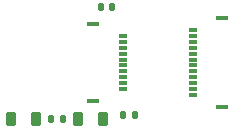
<source format=gbr>
%TF.GenerationSoftware,KiCad,Pcbnew,9.0.2*%
%TF.CreationDate,2025-06-15T19:52:29-07:00*%
%TF.ProjectId,NICE_VIEW,4e494345-5f56-4494-9557-2e6b69636164,4*%
%TF.SameCoordinates,Original*%
%TF.FileFunction,Soldermask,Top*%
%TF.FilePolarity,Negative*%
%FSLAX46Y46*%
G04 Gerber Fmt 4.6, Leading zero omitted, Abs format (unit mm)*
G04 Created by KiCad (PCBNEW 9.0.2) date 2025-06-15 19:52:29*
%MOMM*%
%LPD*%
G01*
G04 APERTURE LIST*
G04 Aperture macros list*
%AMRoundRect*
0 Rectangle with rounded corners*
0 $1 Rounding radius*
0 $2 $3 $4 $5 $6 $7 $8 $9 X,Y pos of 4 corners*
0 Add a 4 corners polygon primitive as box body*
4,1,4,$2,$3,$4,$5,$6,$7,$8,$9,$2,$3,0*
0 Add four circle primitives for the rounded corners*
1,1,$1+$1,$2,$3*
1,1,$1+$1,$4,$5*
1,1,$1+$1,$6,$7*
1,1,$1+$1,$8,$9*
0 Add four rect primitives between the rounded corners*
20,1,$1+$1,$2,$3,$4,$5,0*
20,1,$1+$1,$4,$5,$6,$7,0*
20,1,$1+$1,$6,$7,$8,$9,0*
20,1,$1+$1,$8,$9,$2,$3,0*%
G04 Aperture macros list end*
%ADD10RoundRect,0.140000X-0.140000X-0.170000X0.140000X-0.170000X0.140000X0.170000X-0.140000X0.170000X0*%
%ADD11RoundRect,0.218750X0.218750X0.381250X-0.218750X0.381250X-0.218750X-0.381250X0.218750X-0.381250X0*%
%ADD12R,0.800000X0.300000*%
%ADD13R,1.000000X0.400000*%
G04 APERTURE END LIST*
D10*
%TO.C,C1*%
X113130000Y-104190000D03*
X114090000Y-104190000D03*
%TD*%
D11*
%TO.C,FB2*%
X111832500Y-104200000D03*
X109707500Y-104200000D03*
%TD*%
D12*
%TO.C,J1*%
X119180000Y-97180000D03*
X119180000Y-97680000D03*
X119180000Y-98180000D03*
X119180000Y-98680000D03*
X119180000Y-99180000D03*
X119180000Y-99680000D03*
X119180000Y-100180000D03*
X119180000Y-100680000D03*
X119180000Y-101180000D03*
X119180000Y-101680000D03*
D13*
X116680000Y-96180000D03*
X116680000Y-102680000D03*
%TD*%
D12*
%TO.C,J2*%
X125135000Y-102180000D03*
X125135000Y-101680000D03*
X125135000Y-101180000D03*
X125135000Y-100680000D03*
X125135000Y-100180000D03*
X125135000Y-99680000D03*
X125135000Y-99180000D03*
X125135000Y-98680000D03*
X125135000Y-98180000D03*
X125135000Y-97680000D03*
X125135000Y-97180000D03*
X125135000Y-96680000D03*
D13*
X127635000Y-103180000D03*
X127635000Y-95680000D03*
%TD*%
D10*
%TO.C,C2*%
X120200000Y-103870000D03*
X119240000Y-103870000D03*
%TD*%
D11*
%TO.C,FB1*%
X117502500Y-104180000D03*
X115377500Y-104180000D03*
%TD*%
D10*
%TO.C,C3*%
X117330000Y-94720000D03*
X118290000Y-94720000D03*
%TD*%
M02*

</source>
